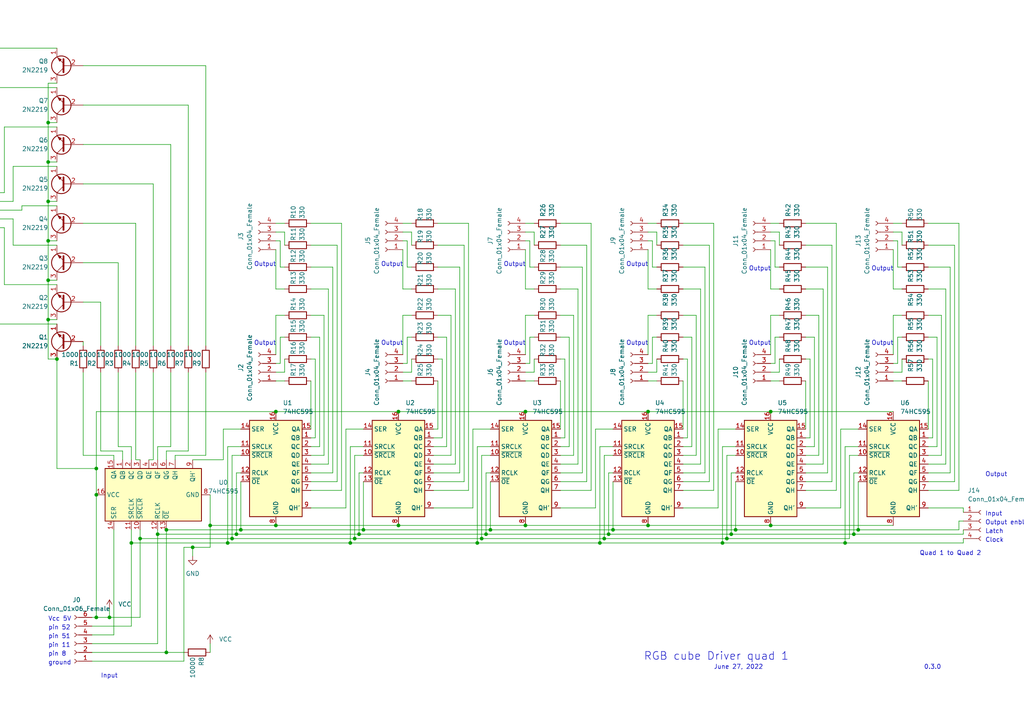
<source format=kicad_sch>
(kicad_sch (version 20211123) (generator eeschema)
  (paper "A4")
  (lib_symbols
    (symbol "74xx:74HC595"
      (property "Reference" "U" (at -7.62 13.97 0))
      (property "Value" "74HC595" (at -7.62 -16.51 0))
      (symbol "74HC595_1_0"
        (pin tri_state line (at 10.16 7.62 180) (length 2.54) (name "QB") (number "1"))
        (pin input line (at -10.16 2.54 0) (length 2.54) (name "~{SRCLR}") (number "10"))
        (pin input line (at -10.16 5.08 0) (length 2.54) (name "SRCLK") (number "11"))
        (pin input line (at -10.16 -2.54 0) (length 2.54) (name "RCLK") (number "12"))
        (pin input line (at -10.16 -5.08 0) (length 2.54) (name "~{OE}") (number "13"))
        (pin input line (at -10.16 10.16 0) (length 2.54) (name "SER") (number "14"))
        (pin tri_state line (at 10.16 10.16 180) (length 2.54) (name "QA") (number "15"))
        (pin power_in line (at 0 15.24 270) (length 2.54) (name "VCC") (number "16"))
        (pin tri_state line (at 10.16 5.08 180) (length 2.54) (name "QC") (number "2"))
        (pin tri_state line (at 10.16 2.54 180) (length 2.54) (name "QD") (number "3"))
        (pin tri_state line (at 10.16 0 180) (length 2.54) (name "QE") (number "4"))
        (pin tri_state line (at 10.16 -2.54 180) (length 2.54) (name "QF") (number "5"))
        (pin tri_state line (at 10.16 -5.08 180) (length 2.54) (name "QG") (number "6"))
        (pin tri_state line (at 10.16 -7.62 180) (length 2.54) (name "QH") (number "7"))
        (pin power_in line (at 0 -17.78 90) (length 2.54) (name "GND") (number "8"))
        (pin output line (at 10.16 -12.7 180) (length 2.54) (name "QH'") (number "9"))
      )
    )
    (symbol "Connector:Conn_01x04_Female" (pin_names (offset 1.016) hide)
      (property "Reference" "J" (at 0 5.08 0))
      (property "Value" "Conn_01x04_Female" (at 0 -7.62 0))
      (symbol "Conn_01x04_Female_1_1"
        (pin passive line (at -5.08 2.54 0) (length 3.81) (name "Pin_1") (number "1"))
        (pin passive line (at -5.08 0 0) (length 3.81) (name "Pin_2") (number "2"))
        (pin passive line (at -5.08 -2.54 0) (length 3.81) (name "Pin_3") (number "3"))
        (pin passive line (at -5.08 -5.08 0) (length 3.81) (name "Pin_4") (number "4"))
      )
    )
    (symbol "Connector:Conn_01x06_Female" (pin_names (offset 1.016) hide)
      (property "Reference" "J" (at 0 7.62 0))
      (property "Value" "Conn_01x06_Female" (at 0 -10.16 0))
      (symbol "Conn_01x06_Female_1_1"
        (pin passive line (at -5.08 5.08 0) (length 3.81) (name "Pin_1") (number "1"))
        (pin passive line (at -5.08 2.54 0) (length 3.81) (name "Pin_2") (number "2"))
        (pin passive line (at -5.08 0 0) (length 3.81) (name "Pin_3") (number "3"))
        (pin passive line (at -5.08 -2.54 0) (length 3.81) (name "Pin_4") (number "4"))
        (pin passive line (at -5.08 -5.08 0) (length 3.81) (name "Pin_5") (number "5"))
        (pin passive line (at -5.08 -7.62 0) (length 3.81) (name "Pin_6") (number "6"))
      )
    )
    (symbol "Connector:Conn_01x08_Female" (pin_names (offset 1.016) hide)
      (property "Reference" "J" (at 0 10.16 0))
      (property "Value" "Conn_01x08_Female" (at 0 -12.7 0))
      (symbol "Conn_01x08_Female_1_1"
        (pin passive line (at -5.08 7.62 0) (length 3.81) (name "Pin_1") (number "1"))
        (pin passive line (at -5.08 5.08 0) (length 3.81) (name "Pin_2") (number "2"))
        (pin passive line (at -5.08 2.54 0) (length 3.81) (name "Pin_3") (number "3"))
        (pin passive line (at -5.08 0 0) (length 3.81) (name "Pin_4") (number "4"))
        (pin passive line (at -5.08 -2.54 0) (length 3.81) (name "Pin_5") (number "5"))
        (pin passive line (at -5.08 -5.08 0) (length 3.81) (name "Pin_6") (number "6"))
        (pin passive line (at -5.08 -7.62 0) (length 3.81) (name "Pin_7") (number "7"))
        (pin passive line (at -5.08 -10.16 0) (length 3.81) (name "Pin_8") (number "8"))
      )
    )
    (symbol "Device:R" (pin_numbers hide) (pin_names (offset 0))
      (property "Reference" "R" (at 2.032 0 90))
      (property "Value" "R" (at 0 0 90))
      (symbol "R_1_1"
        (pin passive line (at 0 3.81 270) (length 1.27) (name "~") (number "1"))
        (pin passive line (at 0 -3.81 90) (length 1.27) (name "~") (number "2"))
      )
    )
    (symbol "Transistor_BJT:2N2219" (pin_names (offset 0) hide)
      (property "Reference" "Q" (at 5.08 1.905 0))
      (property "Value" "2N2219" (at 5.08 0 0))
      (symbol "2N2219_1_1"
        (pin passive line (at 2.54 -5.08 90) (length 2.54) (name "E") (number "1"))
        (pin passive line (at -5.08 0 0) (length 5.715) (name "B") (number "2"))
        (pin passive line (at 2.54 5.08 270) (length 2.54) (name "C") (number "3"))
      )
    )
    (symbol "power:GND" (power) (pin_names (offset 0))
      (property "Value" "GND" (at 0 -3.81 0))
      (symbol "GND_1_1"
        (pin power_in line (at 0 0 270) (length 0) hide (name "GND") (number "1"))
      )
    )
    (symbol "power:VCC" (power) (pin_names (offset 0))
      (property "Value" "VCC" (at 0 3.81 0))
      (symbol "VCC_1_1"
        (pin power_in line (at 0 0 90) (length 0) hide (name "VCC") (number "1"))
      )
    )
  )
  (junction (at 140.97 154.94))
  (junction (at 152.4 152.4))
  (junction (at 13.97 35.56))
  (junction (at 223.52 152.4))
  (junction (at 101.6 157.48))
  (junction (at 176.53 154.94))
  (junction (at 45.72 154.94))
  (junction (at 27.94 135.89))
  (junction (at 80.01 119.38))
  (junction (at 248.92 153.67))
  (junction (at 115.57 119.38))
  (junction (at 210.82 156.21))
  (junction (at 40.64 156.21))
  (junction (at 223.52 119.38))
  (junction (at 60.96 152.4))
  (junction (at 13.97 92.71))
  (junction (at 173.99 157.48))
  (junction (at 66.04 157.48))
  (junction (at 38.1 157.48))
  (junction (at 209.55 157.48))
  (junction (at 175.26 156.21))
  (junction (at 245.11 157.48))
  (junction (at 13.97 46.99))
  (junction (at 13.97 58.42))
  (junction (at 247.65 154.94))
  (junction (at 80.01 152.4))
  (junction (at 13.97 81.28))
  (junction (at 27.94 143.51))
  (junction (at 138.43 157.48))
  (junction (at 16.51 104.14))
  (junction (at 13.97 69.85))
  (junction (at 187.96 119.38))
  (junction (at 104.14 154.94))
  (junction (at 105.41 153.67))
  (junction (at 115.57 152.4))
  (junction (at 142.24 153.67))
  (junction (at 152.4 119.38))
  (junction (at 69.85 153.67))
  (junction (at 139.7 156.21))
  (junction (at 48.26 189.23))
  (junction (at 213.36 153.67))
  (junction (at 48.26 153.67))
  (junction (at 68.58 154.94))
  (junction (at 31.75 179.07))
  (junction (at 212.09 154.94))
  (junction (at 187.96 152.4))
  (junction (at 67.31 156.21))
  (junction (at 102.87 156.21))
  (junction (at 55.88 158.75))
  (junction (at 177.8 153.67))
  (junction (at 27.94 179.07))
  (wire (pts (xy 271.78 97.79) (xy 269.24 97.79)))
  (wire (pts (xy 95.25 134.62) (xy 90.17 134.62)))
  (wire (pts (xy 168.91 77.47) (xy 168.91 137.16)))
  (wire (pts (xy 128.27 127) (xy 128.27 104.14)))
  (wire (pts (xy 154.94 107.95) (xy 152.4 107.95)))
  (wire (pts (xy 116.84 69.85) (xy 118.11 69.85)))
  (wire (pts (xy 66.04 157.48) (xy 101.6 157.48)))
  (wire (pts (xy 64.77 133.35) (xy 64.77 124.46)))
  (wire (pts (xy 187.96 69.85) (xy 189.23 69.85)))
  (wire (pts (xy 152.4 91.44) (xy 154.94 91.44)))
  (wire (pts (xy 45.72 133.35) (xy 45.72 129.54)))
  (wire (pts (xy 48.26 130.81) (xy 54.61 130.81)))
  (wire (pts (xy 81.28 97.79) (xy 82.55 97.79)))
  (wire (pts (xy 48.26 153.67) (xy 69.85 153.67)))
  (wire (pts (xy 80.01 69.85) (xy 81.28 69.85)))
  (wire (pts (xy 241.3 139.7) (xy 233.68 139.7)))
  (wire (pts (xy 260.35 69.85) (xy 260.35 77.47)))
  (wire (pts (xy 190.5 104.14) (xy 190.5 107.95)))
  (wire (pts (xy 13.97 92.71) (xy 13.97 81.28)))
  (wire (pts (xy 207.01 142.24) (xy 198.12 142.24)))
  (wire (pts (xy 38.1 157.48) (xy 38.1 181.61)))
  (wire (pts (xy -1.27 93.98) (xy 16.51 93.98)))
  (wire (pts (xy 224.79 77.47) (xy 226.06 77.47)))
  (wire (pts (xy 24.13 87.63) (xy 29.21 87.63)))
  (wire (pts (xy 13.97 81.28) (xy 16.51 81.28)))
  (wire (pts (xy 154.94 67.31) (xy 154.94 71.12)))
  (wire (pts (xy 278.13 64.77) (xy 269.24 64.77)))
  (wire (pts (xy 24.13 41.91) (xy 49.53 41.91)))
  (wire (pts (xy 226.06 104.14) (xy 226.06 107.95)))
  (wire (pts (xy 6.35 59.69) (xy 16.51 59.69)))
  (wire (pts (xy 48.26 153.67) (xy 48.26 189.23)))
  (wire (pts (xy 99.06 142.24) (xy 99.06 64.77)))
  (wire (pts (xy 173.99 129.54) (xy 177.8 129.54)))
  (wire (pts (xy 69.85 153.67) (xy 105.41 153.67)))
  (wire (pts (xy -11.43 58.42) (xy 3.81 58.42)))
  (wire (pts (xy 27.94 135.89) (xy 16.51 135.89)))
  (wire (pts (xy 54.61 130.81) (xy 54.61 107.95)))
  (wire (pts (xy 26.67 191.77) (xy 53.34 191.77)))
  (wire (pts (xy 199.39 104.14) (xy 199.39 127)))
  (wire (pts (xy 223.52 91.44) (xy 226.06 91.44)))
  (wire (pts (xy 189.23 97.79) (xy 190.5 97.79)))
  (wire (pts (xy 247.65 154.94) (xy 279.4 154.94)))
  (wire (pts (xy 168.91 77.47) (xy 162.56 77.47)))
  (wire (pts (xy 259.08 110.49) (xy 261.62 110.49)))
  (wire (pts (xy 163.83 104.14) (xy 163.83 127)))
  (wire (pts (xy 172.72 147.32) (xy 172.72 124.46)))
  (wire (pts (xy 260.35 97.79) (xy 261.62 97.79)))
  (wire (pts (xy 162.56 110.49) (xy 162.56 124.46)))
  (wire (pts (xy 166.37 91.44) (xy 166.37 132.08)))
  (wire (pts (xy 212.09 137.16) (xy 213.36 137.16)))
  (wire (pts (xy 204.47 77.47) (xy 198.12 77.47)))
  (wire (pts (xy 278.13 64.77) (xy 278.13 142.24)))
  (wire (pts (xy 224.79 97.79) (xy 226.06 97.79)))
  (wire (pts (xy 190.5 67.31) (xy 190.5 71.12)))
  (wire (pts (xy 93.98 132.08) (xy 93.98 91.44)))
  (wire (pts (xy -11.43 68.58) (xy -1.27 68.58)))
  (wire (pts (xy 116.84 72.39) (xy 116.84 83.82)))
  (wire (pts (xy 26.67 181.61) (xy 38.1 181.61)))
  (wire (pts (xy 279.4 147.32) (xy 279.4 148.59)))
  (wire (pts (xy 209.55 157.48) (xy 209.55 129.54)))
  (wire (pts (xy 168.91 137.16) (xy 162.56 137.16)))
  (wire (pts (xy 261.62 67.31) (xy 261.62 71.12)))
  (wire (pts (xy 81.28 105.41) (xy 81.28 97.79)))
  (wire (pts (xy 1.27 36.83) (xy 16.51 36.83)))
  (wire (pts (xy 240.03 77.47) (xy 233.68 77.47)))
  (wire (pts (xy 96.52 77.47) (xy 90.17 77.47)))
  (wire (pts (xy 80.01 72.39) (xy 80.01 83.82)))
  (wire (pts (xy 34.29 76.2) (xy 34.29 100.33)))
  (wire (pts (xy 82.55 104.14) (xy 82.55 107.95)))
  (wire (pts (xy 269.24 132.08) (xy 273.05 132.08)))
  (wire (pts (xy 27.94 135.89) (xy 27.94 143.51)))
  (wire (pts (xy 118.11 69.85) (xy 118.11 77.47)))
  (wire (pts (xy 80.01 64.77) (xy 82.55 64.77)))
  (wire (pts (xy 40.64 156.21) (xy 67.31 156.21)))
  (wire (pts (xy 152.4 119.38) (xy 187.96 119.38)))
  (wire (pts (xy 101.6 129.54) (xy 105.41 129.54)))
  (wire (pts (xy 234.95 127) (xy 233.68 127)))
  (wire (pts (xy 223.52 105.41) (xy 224.79 105.41)))
  (wire (pts (xy 125.73 139.7) (xy 134.62 139.7)))
  (wire (pts (xy 171.45 64.77) (xy 162.56 64.77)))
  (wire (pts (xy 139.7 156.21) (xy 175.26 156.21)))
  (wire (pts (xy 43.18 133.35) (xy 44.45 133.35)))
  (wire (pts (xy 209.55 129.54) (xy 213.36 129.54)))
  (wire (pts (xy 212.09 154.94) (xy 247.65 154.94)))
  (wire (pts (xy 269.24 139.7) (xy 276.86 139.7)))
  (wire (pts (xy 40.64 153.67) (xy 40.64 156.21)))
  (wire (pts (xy 238.76 83.82) (xy 233.68 83.82)))
  (wire (pts (xy 261.62 104.14) (xy 261.62 107.95)))
  (wire (pts (xy 68.58 154.94) (xy 68.58 137.16)))
  (wire (pts (xy 13.97 35.56) (xy 16.51 35.56)))
  (wire (pts (xy 26.67 189.23) (xy 48.26 189.23)))
  (wire (pts (xy -3.81 13.97) (xy -3.81 50.8)))
  (wire (pts (xy 223.52 83.82) (xy 226.06 83.82)))
  (wire (pts (xy 275.59 77.47) (xy 275.59 137.16)))
  (wire (pts (xy 190.5 107.95) (xy 187.96 107.95)))
  (wire (pts (xy 223.52 69.85) (xy 224.79 69.85)))
  (wire (pts (xy 16.51 104.14) (xy 13.97 104.14)))
  (wire (pts (xy 226.06 107.95) (xy 223.52 107.95)))
  (wire (pts (xy 273.05 91.44) (xy 269.24 91.44)))
  (wire (pts (xy 234.95 104.14) (xy 233.68 104.14)))
  (wire (pts (xy 245.11 157.48) (xy 245.11 129.54)))
  (wire (pts (xy 115.57 119.38) (xy 152.4 119.38)))
  (wire (pts (xy 38.1 153.67) (xy 38.1 157.48)))
  (wire (pts (xy 129.54 97.79) (xy 129.54 129.54)))
  (wire (pts (xy 26.67 184.15) (xy 33.02 184.15)))
  (wire (pts (xy -1.27 25.4) (xy 16.51 25.4)))
  (wire (pts (xy 205.74 71.12) (xy 205.74 139.7)))
  (wire (pts (xy 269.24 110.49) (xy 269.24 124.46)))
  (wire (pts (xy 125.73 134.62) (xy 132.08 134.62)))
  (wire (pts (xy 205.74 139.7) (xy 198.12 139.7)))
  (wire (pts (xy 210.82 132.08) (xy 213.36 132.08)))
  (wire (pts (xy 45.72 129.54) (xy 49.53 129.54)))
  (wire (pts (xy 167.64 83.82) (xy 162.56 83.82)))
  (wire (pts (xy 69.85 139.7) (xy 69.85 153.67)))
  (wire (pts (xy 210.82 156.21) (xy 246.38 156.21)))
  (wire (pts (xy 187.96 152.4) (xy 223.52 152.4)))
  (wire (pts (xy 165.1 97.79) (xy 162.56 97.79)))
  (wire (pts (xy 152.4 72.39) (xy 152.4 83.82)))
  (wire (pts (xy 259.08 105.41) (xy 260.35 105.41)))
  (wire (pts (xy 13.97 46.99) (xy 13.97 35.56)))
  (wire (pts (xy 269.24 142.24) (xy 278.13 142.24)))
  (wire (pts (xy 45.72 153.67) (xy 45.72 154.94)))
  (wire (pts (xy 24.13 76.2) (xy 34.29 76.2)))
  (wire (pts (xy 209.55 157.48) (xy 245.11 157.48)))
  (wire (pts (xy 80.01 110.49) (xy 82.55 110.49)))
  (wire (pts (xy 125.73 137.16) (xy 133.35 137.16)))
  (wire (pts (xy 140.97 137.16) (xy 140.97 154.94)))
  (wire (pts (xy 142.24 139.7) (xy 142.24 153.67)))
  (wire (pts (xy 165.1 97.79) (xy 165.1 129.54)))
  (wire (pts (xy 13.97 24.13) (xy 16.51 24.13)))
  (wire (pts (xy 68.58 137.16) (xy 69.85 137.16)))
  (wire (pts (xy 242.57 64.77) (xy 242.57 142.24)))
  (wire (pts (xy 29.21 87.63) (xy 29.21 100.33)))
  (wire (pts (xy 13.97 104.14) (xy 13.97 92.71)))
  (wire (pts (xy 68.58 154.94) (xy 104.14 154.94)))
  (wire (pts (xy 187.96 110.49) (xy 190.5 110.49)))
  (wire (pts (xy 24.13 99.06) (xy 24.13 100.33)))
  (wire (pts (xy 82.55 107.95) (xy 80.01 107.95)))
  (wire (pts (xy 187.96 64.77) (xy 190.5 64.77)))
  (wire (pts (xy 16.51 135.89) (xy 16.51 104.14)))
  (wire (pts (xy 246.38 132.08) (xy 248.92 132.08)))
  (wire (pts (xy 201.93 132.08) (xy 198.12 132.08)))
  (wire (pts (xy 270.51 104.14) (xy 269.24 104.14)))
  (wire (pts (xy 176.53 137.16) (xy 177.8 137.16)))
  (wire (pts (xy 40.64 179.07) (xy 31.75 179.07)))
  (wire (pts (xy 200.66 97.79) (xy 198.12 97.79)))
  (wire (pts (xy 127 110.49) (xy 127 124.46)))
  (wire (pts (xy 163.83 104.14) (xy 162.56 104.14)))
  (wire (pts (xy 80.01 119.38) (xy 115.57 119.38)))
  (wire (pts (xy 224.79 105.41) (xy 224.79 97.79)))
  (wire (pts (xy 260.35 77.47) (xy 261.62 77.47)))
  (wire (pts (xy 173.99 157.48) (xy 209.55 157.48)))
  (wire (pts (xy 152.4 83.82) (xy 154.94 83.82)))
  (wire (pts (xy 66.04 157.48) (xy 66.04 129.54)))
  (wire (pts (xy 44.45 107.95) (xy 44.45 133.35)))
  (wire (pts (xy 223.52 64.77) (xy 226.06 64.77)))
  (wire (pts (xy 3.81 63.5) (xy 3.81 71.12)))
  (wire (pts (xy 125.73 129.54) (xy 129.54 129.54)))
  (wire (pts (xy -1.27 68.58) (xy -1.27 93.98)))
  (wire (pts (xy 171.45 142.24) (xy 162.56 142.24)))
  (wire (pts (xy 40.64 133.35) (xy 39.37 133.35)))
  (wire (pts (xy 274.32 134.62) (xy 274.32 83.82)))
  (wire (pts (xy 33.02 153.67) (xy 33.02 184.15)))
  (wire (pts (xy 246.38 156.21) (xy 246.38 132.08)))
  (wire (pts (xy 13.97 92.71) (xy 16.51 92.71)))
  (wire (pts (xy 125.73 127) (xy 128.27 127)))
  (wire (pts (xy 99.06 142.24) (xy 90.17 142.24)))
  (wire (pts (xy 31.75 176.53) (xy 31.75 179.07)))
  (wire (pts (xy 200.66 97.79) (xy 200.66 129.54)))
  (wire (pts (xy 29.21 130.81) (xy 29.21 107.95)))
  (wire (pts (xy 48.26 189.23) (xy 53.34 189.23)))
  (wire (pts (xy 247.65 137.16) (xy 248.92 137.16)))
  (wire (pts (xy 259.08 72.39) (xy 259.08 83.82)))
  (wire (pts (xy 138.43 157.48) (xy 173.99 157.48)))
  (wire (pts (xy 166.37 91.44) (xy 162.56 91.44)))
  (wire (pts (xy 35.56 130.81) (xy 29.21 130.81)))
  (wire (pts (xy 271.78 129.54) (xy 271.78 97.79)))
  (wire (pts (xy 240.03 77.47) (xy 240.03 137.16)))
  (wire (pts (xy 134.62 71.12) (xy 134.62 139.7)))
  (wire (pts (xy 80.01 105.41) (xy 81.28 105.41)))
  (wire (pts (xy 3.81 71.12) (xy 16.51 71.12)))
  (wire (pts (xy 13.97 58.42) (xy 13.97 46.99)))
  (wire (pts (xy -11.43 60.96) (xy 6.35 60.96)))
  (wire (pts (xy 138.43 129.54) (xy 142.24 129.54)))
  (wire (pts (xy 95.25 83.82) (xy 90.17 83.82)))
  (wire (pts (xy 152.4 102.87) (xy 152.4 91.44)))
  (wire (pts (xy 118.11 105.41) (xy 118.11 97.79)))
  (wire (pts (xy 204.47 137.16) (xy 198.12 137.16)))
  (wire (pts (xy 278.13 153.67) (xy 248.92 153.67)))
  (wire (pts (xy 170.18 139.7) (xy 162.56 139.7)))
  (wire (pts (xy 119.38 104.14) (xy 119.38 107.95)))
  (wire (pts (xy -11.43 66.04) (xy 1.27 66.04)))
  (wire (pts (xy 26.67 186.69) (xy 45.72 186.69)))
  (wire (pts (xy 116.84 102.87) (xy 116.84 91.44)))
  (wire (pts (xy 55.88 158.75) (xy 60.96 158.75)))
  (wire (pts (xy 142.24 153.67) (xy 177.8 153.67)))
  (wire (pts (xy 210.82 156.21) (xy 210.82 132.08)))
  (wire (pts (xy 243.84 147.32) (xy 243.84 124.46)))
  (wire (pts (xy 187.96 91.44) (xy 190.5 91.44)))
  (wire (pts (xy 154.94 104.14) (xy 154.94 107.95)))
  (wire (pts (xy 104.14 137.16) (xy 104.14 154.94)))
  (wire (pts (xy 152.4 105.41) (xy 153.67 105.41)))
  (wire (pts (xy 248.92 139.7) (xy 248.92 153.67)))
  (wire (pts (xy 96.52 137.16) (xy 96.52 77.47)))
  (wire (pts (xy 138.43 157.48) (xy 138.43 129.54)))
  (wire (pts (xy 238.76 83.82) (xy 238.76 134.62)))
  (wire (pts (xy 139.7 132.08) (xy 142.24 132.08)))
  (wire (pts (xy 1.27 82.55) (xy 16.51 82.55)))
  (wire (pts (xy 60.96 152.4) (xy 80.01 152.4)))
  (wire (pts (xy 259.08 102.87) (xy 259.08 91.44)))
  (wire (pts (xy 59.69 19.05) (xy 59.69 100.33)))
  (wire (pts (xy 49.53 41.91) (xy 49.53 100.33)))
  (wire (pts (xy 91.44 104.14) (xy 90.17 104.14)))
  (wire (pts (xy 203.2 83.82) (xy 203.2 134.62)))
  (wire (pts (xy 259.08 91.44) (xy 261.62 91.44)))
  (wire (pts (xy 67.31 156.21) (xy 67.31 132.08)))
  (wire (pts (xy 81.28 77.47) (xy 82.55 77.47)))
  (wire (pts (xy 152.4 110.49) (xy 154.94 110.49)))
  (wire (pts (xy 261.62 107.95) (xy 259.08 107.95)))
  (wire (pts (xy 171.45 64.77) (xy 171.45 142.24)))
  (wire (pts (xy 137.16 147.32) (xy 137.16 124.46)))
  (wire (pts (xy 245.11 157.48) (xy 279.4 157.48)))
  (wire (pts (xy 101.6 157.48) (xy 101.6 129.54)))
  (wire (pts (xy 97.79 71.12) (xy 90.17 71.12)))
  (wire (pts (xy 59.69 132.08) (xy 59.69 107.95)))
  (wire (pts (xy 49.53 129.54) (xy 49.53 107.95)))
  (wire (pts (xy 80.01 152.4) (xy 115.57 152.4)))
  (wire (pts (xy -11.43 55.88) (xy 1.27 55.88)))
  (wire (pts (xy 198.12 110.49) (xy 198.12 124.46)))
  (wire (pts (xy 80.01 91.44) (xy 82.55 91.44)))
  (wire (pts (xy 125.73 124.46) (xy 127 124.46)))
  (wire (pts (xy 96.52 137.16) (xy 90.17 137.16)))
  (wire (pts (xy 234.95 104.14) (xy 234.95 127)))
  (wire (pts (xy 33.02 132.08) (xy 24.13 132.08)))
  (wire (pts (xy 163.83 127) (xy 162.56 127)))
  (wire (pts (xy 26.67 179.07) (xy 27.94 179.07)))
  (wire (pts (xy 137.16 124.46) (xy 142.24 124.46)))
  (wire (pts (xy 208.28 124.46) (xy 213.36 124.46)))
  (wire (pts (xy 105.41 139.7) (xy 105.41 153.67)))
  (wire (pts (xy 13.97 35.56) (xy 13.97 24.13)))
  (wire (pts (xy 187.96 67.31) (xy 190.5 67.31)))
  (wire (pts (xy 95.25 134.62) (xy 95.25 83.82)))
  (wire (pts (xy 187.96 83.82) (xy 190.5 83.82)))
  (wire (pts (xy 153.67 69.85) (xy 153.67 77.47)))
  (wire (pts (xy 275.59 77.47) (xy 269.24 77.47)))
  (wire (pts (xy 116.84 67.31) (xy 119.38 67.31)))
  (wire (pts (xy 119.38 107.95) (xy 116.84 107.95)))
  (wire (pts (xy 81.28 69.85) (xy 81.28 77.47)))
  (wire (pts (xy 175.26 156.21) (xy 175.26 132.08)))
  (wire (pts (xy 260.35 105.41) (xy 260.35 97.79)))
  (wire (pts (xy 80.01 102.87) (xy 80.01 91.44)))
  (wire (pts (xy 13.97 81.28) (xy 13.97 69.85)))
  (wire (pts (xy 104.14 154.94) (xy 140.97 154.94)))
  (wire (pts (xy 24.13 53.34) (xy 44.45 53.34)))
  (wire (pts (xy 38.1 157.48) (xy 66.04 157.48)))
  (wire (pts (xy 162.56 147.32) (xy 172.72 147.32)))
  (wire (pts (xy 176.53 137.16) (xy 176.53 154.94)))
  (wire (pts (xy 276.86 71.12) (xy 269.24 71.12)))
  (wire (pts (xy 245.11 129.54) (xy 248.92 129.54)))
  (wire (pts (xy 199.39 127) (xy 198.12 127)))
  (wire (pts (xy 40.64 156.21) (xy 40.64 179.07)))
  (wire (pts (xy 45.72 154.94) (xy 45.72 186.69)))
  (wire (pts (xy 236.22 97.79) (xy 233.68 97.79)))
  (wire (pts (xy 259.08 83.82) (xy 261.62 83.82)))
  (wire (pts (xy 3.81 48.26) (xy 16.51 48.26)))
  (wire (pts (xy 165.1 129.54) (xy 162.56 129.54)))
  (wire (pts (xy 198.12 147.32) (xy 208.28 147.32)))
  (wire (pts (xy 208.28 147.32) (xy 208.28 124.46)))
  (wire (pts (xy 240.03 137.16) (xy 233.68 137.16)))
  (wire (pts (xy 125.73 147.32) (xy 137.16 147.32)))
  (wire (pts (xy 223.52 110.49) (xy 226.06 110.49)))
  (wire (pts (xy 204.47 77.47) (xy 204.47 137.16)))
  (wire (pts (xy 92.71 97.79) (xy 90.17 97.79)))
  (wire (pts (xy 269.24 137.16) (xy 275.59 137.16)))
  (wire (pts (xy -11.43 63.5) (xy 3.81 63.5)))
  (wire (pts (xy 27.94 143.51) (xy 27.94 179.07)))
  (wire (pts (xy 99.06 64.77) (xy 90.17 64.77)))
  (wire (pts (xy 207.01 64.77) (xy 198.12 64.77)))
  (wire (pts (xy 187.96 102.87) (xy 187.96 91.44)))
  (wire (pts (xy 50.8 133.35) (xy 50.8 132.08)))
  (wire (pts (xy 276.86 139.7) (xy 276.86 71.12)))
  (wire (pts (xy 104.14 137.16) (xy 105.41 137.16)))
  (wire (pts (xy 67.31 156.21) (xy 102.87 156.21)))
  (wire (pts (xy 273.05 132.08) (xy 273.05 91.44)))
  (wire (pts (xy 241.3 71.12) (xy 241.3 139.7)))
  (wire (pts (xy 152.4 152.4) (xy 187.96 152.4)))
  (wire (pts (xy 55.88 133.35) (xy 64.77 133.35)))
  (wire (pts (xy 60.96 143.51) (xy 60.96 152.4)))
  (wire (pts (xy 102.87 156.21) (xy 102.87 132.08)))
  (wire (pts (xy 140.97 137.16) (xy 142.24 137.16)))
  (wire (pts (xy 247.65 137.16) (xy 247.65 154.94)))
  (wire (pts (xy 125.73 142.24) (xy 135.89 142.24)))
  (wire (pts (xy 38.1 129.54) (xy 34.29 129.54)))
  (wire (pts (xy 153.67 105.41) (xy 153.67 97.79)))
  (wire (pts (xy 125.73 132.08) (xy 130.81 132.08)))
  (wire (pts (xy 242.57 142.24) (xy 233.68 142.24)))
  (wire (pts (xy -3.81 50.8) (xy -11.43 50.8)))
  (wire (pts (xy 237.49 91.44) (xy 237.49 132.08)))
  (wire (pts (xy 166.37 132.08) (xy 162.56 132.08)))
  (wire (pts (xy 153.67 97.79) (xy 154.94 97.79)))
  (wire (pts (xy -11.43 53.34) (xy -1.27 53.34)))
  (wire (pts (xy 201.93 91.44) (xy 198.12 91.44)))
  (wire (pts (xy 201.93 91.44) (xy 201.93 132.08)))
  (wire (pts (xy 207.01 64.77) (xy 207.01 142.24)))
  (wire (pts (xy 187.96 105.41) (xy 189.23 105.41)))
  (wire (pts (xy 55.88 158.75) (xy 55.88 161.29)))
  (wire (pts (xy 27.94 135.89) (xy 27.94 119.38)))
  (wire (pts (xy 152.4 67.31) (xy 154.94 67.31)))
  (wire (pts (xy 128.27 104.14) (xy 127 104.14)))
  (wire (pts (xy 223.52 102.87) (xy 223.52 91.44)))
  (wire (pts (xy 97.79 139.7) (xy 97.79 71.12)))
  (wire (pts (xy 102.87 156.21) (xy 139.7 156.21)))
  (wire (pts (xy 24.13 64.77) (xy 39.37 64.77)))
  (wire (pts (xy 50.8 132.08) (xy 59.69 132.08)))
  (wire (pts (xy 24.13 132.08) (xy 24.13 107.95)))
  (wire (pts (xy 135.89 64.77) (xy 127 64.77)))
  (wire (pts (xy 16.51 13.97) (xy -3.81 13.97)))
  (wire (pts (xy 116.84 105.41) (xy 118.11 105.41)))
  (wire (pts (xy 24.13 19.05) (xy 59.69 19.05)))
  (wire (pts (xy 116.84 91.44) (xy 119.38 91.44)))
  (wire (pts (xy 269.24 129.54) (xy 271.78 129.54)))
  (wire (pts (xy 177.8 139.7) (xy 177.8 153.67)))
  (wire (pts (xy 189.23 105.41) (xy 189.23 97.79)))
  (wire (pts (xy 100.33 147.32) (xy 100.33 124.46)))
  (wire (pts (xy 130.81 91.44) (xy 127 91.44)))
  (wire (pts (xy 13.97 69.85) (xy 13.97 58.42)))
  (wire (pts (xy 269.24 134.62) (xy 274.32 134.62)))
  (wire (pts (xy 13.97 58.42) (xy 16.51 58.42)))
  (wire (pts (xy 27.94 119.38) (xy 80.01 119.38)))
  (wire (pts (xy 116.84 110.49) (xy 119.38 110.49)))
  (wire (pts (xy 100.33 124.46) (xy 105.41 124.46)))
  (wire (pts (xy -1.27 53.34) (xy -1.27 25.4)))
  (wire (pts (xy 1.27 66.04) (xy 1.27 82.55)))
  (wire (pts (xy 115.57 152.4) (xy 152.4 152.4)))
  (wire (pts (xy 80.01 67.31) (xy 82.55 67.31)))
  (wire (pts (xy 241.3 71.12) (xy 233.68 71.12)))
  (wire (pts (xy 6.35 60.96) (xy 6.35 59.69)))
  (wire (pts (xy 90.17 147.32) (xy 100.33 147.32)))
  (wire (pts (xy 69.85 132.08) (xy 67.31 132.08)))
  (wire (pts (xy 237.49 132.08) (xy 233.68 132.08)))
  (wire (pts (xy 3.81 58.42) (xy 3.81 48.26)))
  (wire (pts (xy 259.08 64.77) (xy 261.62 64.77)))
  (wire (pts (xy 172.72 124.46) (xy 177.8 124.46)))
  (wire (pts (xy 116.84 64.77) (xy 119.38 64.77)))
  (wire (pts (xy 223.52 67.31) (xy 226.06 67.31)))
  (wire (pts (xy 132.08 83.82) (xy 127 83.82)))
  (wire (pts (xy 118.11 77.47) (xy 119.38 77.47)))
  (wire (pts (xy 93.98 91.44) (xy 90.17 91.44)))
  (wire (pts (xy 223.52 72.39) (xy 223.52 83.82)))
  (wire (pts (xy 135.89 64.77) (xy 135.89 142.24)))
  (wire (pts (xy 213.36 153.67) (xy 248.92 153.67)))
  (wire (pts (xy 33.02 133.35) (xy 33.02 132.08)))
  (wire (pts (xy 54.61 30.48) (xy 54.61 100.33)))
  (wire (pts (xy 35.56 133.35) (xy 35.56 130.81)))
  (wire (pts (xy 236.22 97.79) (xy 236.22 129.54)))
  (wire (pts (xy 278.13 151.13) (xy 278.13 153.67)))
  (wire (pts (xy 199.39 104.14) (xy 198.12 104.14)))
  (wire (pts (xy 205.74 71.12) (xy 198.12 71.12)))
  (wire (pts (xy 242.57 64.77) (xy 233.68 64.77)))
  (wire (pts (xy 279.4 156.21) (xy 279.4 157.48)))
  (wire (pts (xy 118.11 97.79) (xy 119.38 97.79)))
  (wire (pts (xy 176.53 154.94) (xy 212.09 154.94)))
  (wire (pts (xy 53.34 158.75) (xy 55.88 158.75)))
  (wire (pts (xy 48.26 133.35) (xy 48.26 130.81)))
  (wire (pts (xy 175.26 132.08) (xy 177.8 132.08)))
  (wire (pts (xy 13.97 69.85) (xy 16.51 69.85)))
  (wire (pts (xy 212.09 137.16) (xy 212.09 154.94)))
  (wire (pts (xy 133.35 77.47) (xy 127 77.47)))
  (wire (pts (xy 236.22 129.54) (xy 233.68 129.54)))
  (wire (pts (xy 274.32 83.82) (xy 269.24 83.82)))
  (wire (pts (xy 27.94 179.07) (xy 31.75 179.07)))
  (wire (pts (xy 92.71 129.54) (xy 92.71 97.79)))
  (wire (pts (xy 97.79 139.7) (xy 90.17 139.7)))
  (wire (pts (xy 224.79 69.85) (xy 224.79 77.47)))
  (wire (pts (xy 129.54 97.79) (xy 127 97.79)))
  (wire (pts (xy 132.08 83.82) (xy 132.08 134.62)))
  (wire (pts (xy 243.84 124.46) (xy 248.92 124.46)))
  (wire (pts (xy 53.34 158.75) (xy 53.34 191.77)))
  (wire (pts (xy 152.4 69.85) (xy 153.67 69.85)))
  (wire (pts (xy 24.13 30.48) (xy 54.61 30.48)))
  (wire (pts (xy 233.68 110.49) (xy 233.68 124.46)))
  (wire (pts (xy 279.4 151.13) (xy 278.13 151.13)))
  (wire (pts (xy 259.08 67.31) (xy 261.62 67.31)))
  (wire (pts (xy 13.97 46.99) (xy 16.51 46.99)))
  (wire (pts (xy 177.8 153.67) (xy 213.36 153.67)))
  (wire (pts (xy 91.44 127) (xy 91.44 104.14)))
  (wire (pts (xy 213.36 139.7) (xy 213.36 153.67)))
  (wire (pts (xy 269.24 127) (xy 270.51 127)))
  (wire (pts (xy 189.23 77.47) (xy 190.5 77.47)))
  (wire (pts (xy 69.85 124.46) (xy 64.77 124.46)))
  (wire (pts (xy 116.84 83.82) (xy 119.38 83.82)))
  (wire (pts (xy 69.85 129.54) (xy 66.04 129.54)))
  (wire (pts (xy 119.38 67.31) (xy 119.38 71.12)))
  (wire (pts (xy 279.4 153.67) (xy 279.4 154.94)))
  (wire (pts (xy 133.35 77.47) (xy 133.35 137.16)))
  (wire (pts (xy 39.37 107.95) (xy 39.37 133.35)))
  (wire (pts (xy 233.68 147.32) (xy 243.84 147.32)))
  (wire (pts (xy 226.06 67.31) (xy 226.06 71.12)))
  (wire (pts (xy 44.45 53.34) (xy 44.45 100.33)))
  (wire (pts (xy 105.41 153.67) (xy 142.24 153.67)))
  (wire (pts (xy 259.08 69.85) (xy 260.35 69.85)))
  (wire (pts (xy 139.7 156.21) (xy 139.7 132.08)))
  (wire (pts (xy 80.01 83.82) (xy 82.55 83.82)))
  (wire (pts (xy 60.96 158.75) (xy 60.96 152.4)))
  (wire (pts (xy 1.27 55.88) (xy 1.27 36.83)))
  (wire (pts (xy 93.98 132.08) (xy 90.17 132.08)))
  (wire (pts (xy 175.26 156.21) (xy 210.82 156.21)))
  (wire (pts (xy 270.51 127) (xy 270.51 104.14)))
  (wire (pts (xy 200.66 129.54) (xy 198.12 129.54)))
  (wire (pts (xy 203.2 134.62) (xy 198.12 134.62)))
  (wire (pts (xy 60.96 186.69) (xy 60.96 189.23)))
  (wire (pts (xy 238.76 134.62) (xy 233.68 134.62)))
  (wire (pts (xy 170.18 71.12) (xy 170.18 139.7)))
  (wire (pts (xy 90.17 110.49) (xy 90.17 124.46)))
  (wire (pts (xy 203.2 83.82) (xy 198.12 83.82)))
  (wire (pts (xy 167.64 83.82) (xy 167.64 134.62)))
  (wire (pts (xy 82.55 67.31) (xy 82.55 71.12)))
  (wire (pts (xy 167.64 134.62) (xy 162.56 134.62)))
  (wire (pts (xy 92.71 129.54) (xy 90.17 129.54)))
  (wire (pts (xy 38.1 133.35) (xy 38.1 129.54)))
  (wire (pts (xy 153.67 77.47) (xy 154.94 77.47)))
  (wire (pts (xy 39.37 64.77) (xy 39.37 100.33)))
  (wire (pts (xy 134.62 71.12) (xy 127 71.12)))
  (wire (pts (xy 187.96 119.38) (xy 223.52 119.38)))
  (wire (pts (xy 101.6 157.48) (xy 138.43 157.48)))
  (wire (pts (xy 237.49 91.44) (xy 233.68 91.44)))
  (wire (pts (xy 223.52 152.4) (xy 259.08 152.4)))
  (wire (pts (xy 187.96 72.39) (xy 187.96 83.82)))
  (wire (pts (xy 34.29 129.54) (xy 34.29 107.95)))
  (wire (pts (xy 91.44 127) (xy 90.17 127)))
  (wire (pts (xy 140.97 154.94) (xy 176.53 154.94)))
  (wire (pts (xy 189.23 69.85) (xy 189.23 77.47)))
  (wire (pts (xy 102.87 132.08) (xy 105.41 132.08)))
  (wire (pts (xy 152.4 64.77) (xy 154.94 64.77)))
  (wire (pts (xy 130.81 91.44) (xy 130.81 132.08)))
  (wire (pts (xy 45.72 154.94) (xy 68.58 154.94)))
  (wire (pts (xy 170.18 71.12) (xy 162.56 71.12)))
  (wire (pts (xy 223.52 119.38) (xy 259.08 119.38)))
  (wire (pts (xy 269.24 147.32) (xy 279.4 147.32)))
  (wire (pts (xy 173.99 157.48) (xy 173.99 129.54)))
  (text "pin 8\n" (at 13.97 190.5 0) (effects (font (size 1.27 1.27)) (justify left bottom)))
  (text "Quad 1 to Quad 2" (at 266.7 161.29 0) (effects (font (size 1.27 1.27)) (justify left bottom)))
  (text "RGB cube Driver quad 1" (at 186.69 191.77 0) (effects (font (size 2.27 2.27)) (justify left bottom)))
  (text "Output" (at 285.75 138.43 0) (effects (font (size 1.27 1.27)) (justify left bottom)))
  (text "pin 52\n" (at 13.97 182.88 0) (effects (font (size 1.27 1.27)) (justify left bottom)))
  (text "Output" (at 217.17 78.74 0) (effects (font (size 1.27 1.27)) (justify left bottom)))
  (text "Output" (at -12.7 45.72 0) (effects (font (size 1.27 1.27)) (justify left bottom)))
  (text "Output" (at 110.49 100.33 0) (effects (font (size 1.27 1.27)) (justify left bottom)))
  (text "Output" (at 73.66 77.47 0) (effects (font (size 1.27 1.27)) (justify left bottom)))
  (text "Output" (at 146.05 77.47 0) (effects (font (size 1.27 1.27)) (justify left bottom)))
  (text "pin 11" (at 13.97 187.96 0) (effects (font (size 1.27 1.27)) (justify left bottom)))
  (text "Output" (at 110.49 77.47 0) (effects (font (size 1.27 1.27)) (justify left bottom)))
  (text "Output" (at 252.73 78.74 0) (effects (font (size 1.27 1.27)) (justify left bottom)))
  (text "June 27, 2022" (at 207.01 194.31 0) (effects (font (size 1.27 1.27)) (justify left bottom)))
  (text "Output" (at 146.05 100.33 0) (effects (font (size 1.27 1.27)) (justify left bottom)))
  (text "pin 51" (at 13.97 185.42 0) (effects (font (size 1.27 1.27)) (justify left bottom)))
  (text "Clock" (at 285.75 157.48 0) (effects (font (size 1.27 1.27)) (justify left bottom)))
  (text "Output" (at 181.61 77.47 0) (effects (font (size 1.27 1.27)) (justify left bottom)))
  (text "Input" (at 29.21 196.85 0) (effects (font (size 1.27 1.27)) (justify left bottom)))
  (text "Output" (at 252.73 100.33 0) (effects (font (size 1.27 1.27)) (justify left bottom)))
  (text "Output enble" (at 285.75 152.4 0) (effects (font (size 1.27 1.27)) (justify left bottom)))
  (text "Output" (at 73.66 100.33 0) (effects (font (size 1.27 1.27)) (justify left bottom)))
  (text "ground" (at 13.97 193.04 0) (effects (font (size 1.27 1.27)) (justify left bottom)))
  (text "0.3.0" (at 267.97 194.31 0) (effects (font (size 1.27 1.27)) (justify left bottom)))
  (text "Output" (at 181.61 100.33 0) (effects (font (size 1.27 1.27)) (justify left bottom)))
  (text "Output" (at 217.17 100.33 0) (effects (font (size 1.27 1.27)) (justify left bottom)))
  (text "Input" (at 285.75 149.86 0) (effects (font (size 1.27 1.27)) (justify left bottom)))
  (text "Vcc 5V" (at 13.97 180.34 0) (effects (font (size 1.27 1.27)) (justify left bottom)))
  (text "Latch" (at 285.75 154.94 0) (effects (font (size 1.27 1.27)) (justify left bottom)))
  (symbol (lib_id "Device:R") (at 44.45 104.14 180) (unit 1)
    (property "Reference" "R5" (at 43.18 105.41 0) (effects (justify left)))
    (property "Value" "1000" (at 43.18 102.87 0) (effects (justify left)))
  )
  (symbol (lib_id "74xx:74HC595") (at 115.57 134.62 0) (unit 1)
    (property "Reference" "U2" (at 117.5894 116.84 0) (effects (justify left)))
    (property "Value" "74HC595" (at 117.5894 119.38 0) (effects (justify left)))
    (property "Datasheet" "http://www.ti.com/lit/ds/symlink/sn74hc595.pdf" (effects hide))
  )
  (symbol (lib_id "Device:R") (at 86.36 64.77 90) (unit 1)
    (property "Reference" "R10" (at 85.09 63.5 0) (effects (justify left)))
    (property "Value" "330" (at 87.63 63.5 0) (effects (justify left)))
  )
  (symbol (lib_id "Device:R") (at 123.19 77.47 90) (unit 1)
    (property "Reference" "R20" (at 121.92 74.93 0))
    (property "Value" "330" (at 124.46 74.93 0))
  )
  (symbol (lib_id "Device:R") (at 194.31 83.82 90) (unit 1)
    (property "Reference" "R37" (at 193.04 80.01 0))
    (property "Value" "330" (at 195.58 80.01 0))
  )
  (symbol (lib_id "Connector:Conn_01x04_Female") (at 182.88 69.85 180) (unit 1)
    (property "Reference" "J9" (at 177.8 69.85 90))
    (property "Value" "Conn_01x04_Female" (at 180.34 69.85 90))
  )
  (symbol (lib_id "Device:R") (at 265.43 110.49 90) (unit 1)
    (property "Reference" "R57" (at 264.1599 107.95 0) (effects (justify left)))
    (property "Value" "330" (at 266.6999 107.95 0) (effects (justify left)))
  )
  (symbol (lib_id "Device:R") (at 123.19 91.44 90) (unit 1)
    (property "Reference" "R22" (at 121.9199 90.17 0) (effects (justify left)))
    (property "Value" "330" (at 124.46 90.17 0) (effects (justify left)))
  )
  (symbol (lib_id "Connector:Conn_01x08_Female") (at -16.51 60.96 180) (unit 1)
    (property "Reference" "J1" (at -15.875 45.72 0))
    (property "Value" "Conn_01x08_Female" (at -15.875 48.26 0))
  )
  (symbol (lib_id "Connector:Conn_01x04_Female") (at 182.88 107.95 180) (unit 1)
    (property "Reference" "J8" (at 177.8 107.95 90))
    (property "Value" "Conn_01x04_Female" (at 180.34 107.95 90))
  )
  (symbol (lib_id "Connector:Conn_01x04_Female") (at 254 69.85 180) (unit 1)
    (property "Reference" "J13" (at 248.92 69.85 90))
    (property "Value" "Conn_01x04_Female" (at 251.46 69.85 90))
  )
  (symbol (lib_id "Device:R") (at 229.87 77.47 90) (unit 1)
    (property "Reference" "R44" (at 228.6 73.66 0))
    (property "Value" "330" (at 231.14 73.66 0))
  )
  (symbol (lib_id "Connector:Conn_01x04_Female") (at 254 107.95 180) (unit 1)
    (property "Reference" "J12" (at 248.92 107.95 90))
    (property "Value" "Conn_01x04_Female" (at 251.46 107.95 90))
  )
  (symbol (lib_id "Device:R") (at 158.75 91.44 90) (unit 1)
    (property "Reference" "R30" (at 157.4799 90.17 0) (effects (justify left)))
    (property "Value" "330" (at 160.02 90.17 0) (effects (justify left)))
  )
  (symbol (lib_id "Device:R") (at 123.19 110.49 90) (unit 1)
    (property "Reference" "R25" (at 121.92 109.22 0) (effects (justify left)))
    (property "Value" "330" (at 124.46 109.22 0) (effects (justify left)))
  )
  (symbol (lib_id "Device:R") (at 86.36 77.47 90) (unit 1)
    (property "Reference" "R12" (at 85.09 76.2 0) (effects (justify left)))
    (property "Value" "330" (at 87.63 76.2 0) (effects (justify left)))
  )
  (symbol (lib_id "Device:R") (at 265.43 104.14 90) (unit 1)
    (property "Reference" "R56" (at 264.16 100.33 0))
    (property "Value" "330" (at 266.7 100.33 0))
  )
  (symbol (lib_id "Connector:Conn_01x04_Female") (at 147.32 69.85 180) (unit 1)
    (property "Reference" "J7" (at 142.24 69.85 90))
    (property "Value" "Conn_01x04_Female" (at 144.78 69.85 90))
  )
  (symbol (lib_id "Device:R") (at 265.43 97.79 90) (unit 1)
    (property "Reference" "R55" (at 264.16 93.98 0))
    (property "Value" "330" (at 266.7 93.98 0))
  )
  (symbol (lib_id "Device:R") (at 265.43 71.12 90) (unit 1)
    (property "Reference" "R51" (at 264.16 68.58 0))
    (property "Value" "330" (at 266.7 68.58 0))
  )
  (symbol (lib_id "74xx:74HC595") (at 223.52 134.62 0) (unit 1)
    (property "Reference" "U5" (at 225.5394 116.84 0) (effects (justify left)))
    (property "Value" "74HC595" (at 225.5394 119.38 0) (effects (justify left)))
    (property "Datasheet" "http://www.ti.com/lit/ds/symlink/sn74hc595.pdf" (effects hide))
  )
  (symbol (lib_id "power:GND") (at 55.88 161.29 0) (unit 1)
    (property "Reference" "#PWR01" (effects hide))
    (property "Value" "GND" (at 55.88 166.37 0))
  )
  (symbol (lib_id "Device:R") (at 158.75 110.49 90) (unit 1)
    (property "Reference" "R33" (at 157.48 109.22 0) (effects (justify left)))
    (property "Value" "330" (at 160.02 109.22 0) (effects (justify left)))
  )
  (symbol (lib_id "power:VCC") (at 31.75 176.53 0) (unit 1)
    (property "Reference" "#PWR02" (effects hide))
    (property "Value" "VCC" (at 34.29 175.2599 0) (effects (justify left)))
  )
  (symbol (lib_id "Device:R") (at 39.37 104.14 180) (unit 1)
    (property "Reference" "R4" (at 38.1 105.41 0) (effects (justify left)))
    (property "Value" "1000" (at 38.1 102.87 0) (effects (justify left)))
  )
  (symbol (lib_id "Connector:Conn_01x04_Female") (at 111.76 107.95 180) (unit 1)
    (property "Reference" "J4" (at 106.68 107.95 90))
    (property "Value" "Conn_01x04_Female" (at 109.22 107.95 90))
  )
  (symbol (lib_id "Transistor_BJT:2N2219") (at 19.05 53.34 180) (unit 1)
    (property "Reference" "Q5" (at 13.97 52.0699 0) (effects (justify left)))
    (property "Value" "2N2219" (at 13.97 54.6099 0) (effects (justify left)))
    (property "Footprint" "Package_TO_SOT_THT:TO-39-3" (effects hide))
    (property "Datasheet" "http://www.onsemi.com/pub_link/Collateral/2N2219-D.PDF" (effects hide))
  )
  (symbol (lib_id "Device:R") (at 229.87 97.79 90) (unit 1)
    (property "Reference" "R47" (at 228.6 93.98 0))
    (property "Value" "330" (at 231.14 93.98 0))
  )
  (symbol (lib_id "Device:R") (at 49.53 104.14 180) (unit 1)
    (property "Reference" "R6" (at 48.26 105.41 0) (effects (justify left)))
    (property "Value" "1000" (at 48.26 102.87 0) (effects (justify left)))
  )
  (symbol (lib_id "Device:R") (at 194.31 71.12 90) (unit 1)
    (property "Reference" "R35" (at 193.04 67.31 0))
    (property "Value" "330" (at 195.58 67.31 0))
  )
  (symbol (lib_id "Device:R") (at 265.43 64.77 90) (unit 1)
    (property "Reference" "R50" (at 264.16 62.23 0))
    (property "Value" "330" (at 266.7 62.23 0))
  )
  (symbol (lib_id "Device:R") (at 86.36 91.44 90) (unit 1)
    (property "Reference" "R14" (at 85.0899 90.17 0) (effects (justify left)))
    (property "Value" "330" (at 87.63 90.17 0) (effects (justify left)))
  )
  (symbol (lib_id "Device:R") (at 229.87 83.82 90) (unit 1)
    (property "Reference" "R45" (at 228.6 80.01 0))
    (property "Value" "330" (at 231.14 80.01 0))
  )
  (symbol (lib_id "Transistor_BJT:2N2219") (at 19.05 64.77 180) (unit 1)
    (property "Reference" "Q4" (at 13.97 63.4999 0) (effects (justify left)))
    (property "Value" "2N2219" (at 13.97 66.0399 0) (effects (justify left)))
    (property "Footprint" "Package_TO_SOT_THT:TO-39-3" (effects hide))
    (property "Datasheet" "http://www.onsemi.com/pub_link/Collateral/2N2219-D.PDF" (effects hide))
  )
  (symbol (lib_id "74xx:74HC595") (at 43.18 143.51 90) (unit 1)
    (property "Reference" "U0" (at 64.77 139.9286 90))
    (property "Value" "74HC595" (at 64.77 142.4686 90))
    (property "Datasheet" "http://www.ti.com/lit/ds/symlink/sn74hc595.pdf" (effects hide))
  )
  (symbol (lib_id "power:VCC") (at 60.96 186.69 0) (unit 1)
    (property "Reference" "#PWR03" (effects hide))
    (property "Value" "VCC" (at 63.5 185.4199 0) (effects (justify left)))
  )
  (symbol (lib_id "74xx:74HC595") (at 259.08 134.62 0) (unit 1)
    (property "Reference" "U6" (at 261.0994 116.84 0) (effects (justify left)))
    (property "Value" "74HC595" (at 261.0994 119.38 0) (effects (justify left)))
    (property "Datasheet" "http://www.ti.com/lit/ds/symlink/sn74hc595.pdf" (effects hide))
  )
  (symbol (lib_id "Device:R") (at 158.75 64.77 90) (unit 1)
    (property "Reference" "R26" (at 157.48 60.96 0))
    (property "Value" "330" (at 160.02 60.96 0))
  )
  (symbol (lib_id "Transistor_BJT:2N2219") (at 19.05 41.91 180) (unit 1)
    (property "Reference" "Q6" (at 13.97 40.6399 0) (effects (justify left)))
    (property "Value" "2N2219" (at 13.97 43.1799 0) (effects (justify left)))
    (property "Footprint" "Package_TO_SOT_THT:TO-39-3" (effects hide))
    (property "Datasheet" "http://www.onsemi.com/pub_link/Collateral/2N2219-D.PDF" (effects hide))
  )
  (symbol (lib_id "Transistor_BJT:2N2219") (at 19.05 19.05 180) (unit 1)
    (property "Reference" "Q8" (at 13.97 17.7799 0) (effects (justify left)))
    (property "Value" "2N2219" (at 13.97 20.3199 0) (effects (justify left)))
    (property "Footprint" "Package_TO_SOT_THT:TO-39-3" (effects hide))
    (property "Datasheet" "http://www.onsemi.com/pub_link/Collateral/2N2219-D.PDF" (effects hide))
  )
  (symbol (lib_id "Device:R") (at 158.75 97.79 90) (unit 1)
    (property "Reference" "R31" (at 157.4799 96.52 0) (effects (justify left)))
    (property "Value" "330" (at 160.0199 96.52 0) (effects (justify left)))
  )
  (symbol (lib_id "Transistor_BJT:2N2219") (at 19.05 87.63 180) (unit 1)
    (property "Reference" "Q2" (at 13.97 86.3599 0) (effects (justify left)))
    (property "Value" "2N2219" (at 13.97 88.8999 0) (effects (justify left)))
    (property "Footprint" "Package_TO_SOT_THT:TO-39-3" (effects hide))
    (property "Datasheet" "http://www.onsemi.com/pub_link/Collateral/2N2219-D.PDF" (effects hide))
  )
  (symbol (lib_id "Device:R") (at 86.36 71.12 90) (unit 1)
    (property "Reference" "R11" (at 85.09 69.85 0) (effects (justify left)))
    (property "Value" "330" (at 87.63 69.85 0) (effects (justify left)))
  )
  (symbol (lib_id "Device:R") (at 229.87 91.44 90) (unit 1)
    (property "Reference" "R46" (at 228.5999 90.17 0) (effects (justify left)))
    (property "Value" "330" (at 231.14 90.17 0) (effects (justify left)))
  )
  (symbol (lib_id "Device:R") (at 158.75 71.12 90) (unit 1)
    (property "Reference" "R27" (at 157.48 67.31 0))
    (property "Value" "330" (at 160.02 67.31 0))
  )
  (symbol (lib_id "Device:R") (at 229.87 104.14 90) (unit 1)
    (property "Reference" "R48" (at 228.6 100.33 0))
    (property "Value" "330" (at 231.14 100.33 0))
  )
  (symbol (lib_id "74xx:74HC595") (at 80.01 134.62 0) (unit 1)
    (property "Reference" "U1" (at 82.0294 116.84 0) (effects (justify left)))
    (property "Value" "74HC595" (at 82.0294 119.38 0) (effects (justify left)))
    (property "Datasheet" "http://www.ti.com/lit/ds/symlink/sn74hc595.pdf" (effects hide))
  )
  (symbol (lib_id "Device:R") (at 265.43 91.44 90) (unit 1)
    (property "Reference" "R54" (at 264.1599 88.9 0) (effects (justify left)))
    (property "Value" "330" (at 266.7 88.9 0) (effects (justify left)))
  )
  (symbol (lib_id "Connector:Conn_01x04_Female") (at 147.32 107.95 180) (unit 1)
    (property "Reference" "J6" (at 142.24 107.95 90))
    (property "Value" "Conn_01x04_Female" (at 144.78 107.95 90))
  )
  (symbol (lib_id "74xx:74HC595") (at 152.4 134.62 0) (unit 1)
    (property "Reference" "U3" (at 154.4194 116.84 0) (effects (justify left)))
    (property "Value" "74HC595" (at 154.4194 119.38 0) (effects (justify left)))
    (property "Datasheet" "http://www.ti.com/lit/ds/symlink/sn74hc595.pdf" (effects hide))
  )
  (symbol (lib_id "Device:R") (at 265.43 77.47 90) (unit 1)
    (property "Reference" "R52" (at 264.16 73.66 0))
    (property "Value" "330" (at 266.7 73.66 0))
  )
  (symbol (lib_id "Device:R") (at 158.75 83.82 90) (unit 1)
    (property "Reference" "R29" (at 157.48 82.55 0) (effects (justify left)))
    (property "Value" "330" (at 160.02 82.55 0) (effects (justify left)))
  )
  (symbol (lib_id "Device:R") (at 194.31 104.14 90) (unit 1)
    (property "Reference" "R40" (at 193.04 100.33 0))
    (property "Value" "330" (at 195.58 100.33 0))
  )
  (symbol (lib_id "Device:R") (at 229.87 110.49 90) (unit 1)
    (property "Reference" "R49" (at 228.6 109.22 0) (effects (justify left)))
    (property "Value" "330" (at 231.14 109.22 0) (effects (justify left)))
  )
  (symbol (lib_id "Device:R") (at 194.31 91.44 90) (unit 1)
    (property "Reference" "R38" (at 193.0399 88.9 0) (effects (justify left)))
    (property "Value" "330" (at 195.58 88.9 0) (effects (justify left)))
  )
  (symbol (lib_id "Device:R") (at 24.13 104.14 180) (unit 1)
    (property "Reference" "R1" (at 22.86 105.41 0) (effects (justify left)))
    (property "Value" "1000" (at 22.86 102.87 0) (effects (justify left)))
  )
  (symbol (lib_id "Device:R") (at 123.19 64.77 90) (unit 1)
    (property "Reference" "R18" (at 121.92 62.23 0))
    (property "Value" "330" (at 124.46 62.23 0))
  )
  (symbol (lib_id "Device:R") (at 57.15 189.23 270) (unit 1)
    (property "Reference" "R8" (at 58.42 190.5 0) (effects (justify left)))
    (property "Value" "10000" (at 55.88 190.5 0) (effects (justify left)))
  )
  (symbol (lib_id "Device:R") (at 194.31 97.79 90) (unit 1)
    (property "Reference" "R39" (at 193.04 93.98 0))
    (property "Value" "330" (at 195.58 93.98 0))
  )
  (symbol (lib_id "Device:R") (at 123.19 83.82 90) (unit 1)
    (property "Reference" "R21" (at 121.92 81.28 0))
    (property "Value" "330" (at 124.46 81.28 0))
  )
  (symbol (lib_id "Device:R") (at 123.19 97.79 90) (unit 1)
    (property "Reference" "R23" (at 121.92 95.25 0))
    (property "Value" "330" (at 124.46 95.25 0))
  )
  (symbol (lib_id "Connector:Conn_01x04_Female") (at 111.76 69.85 180) (unit 1)
    (property "Reference" "J5" (at 106.68 69.85 90))
    (property "Value" "Conn_01x04_Female" (at 109.22 69.85 90))
  )
  (symbol (lib_id "Device:R") (at 54.61 104.14 180) (unit 1)
    (property "Reference" "R7" (at 53.34 105.41 0) (effects (justify left)))
    (property "Value" "1000" (at 53.34 102.87 0) (effects (justify left)))
  )
  (symbol (lib_id "Device:R") (at 86.36 97.79 90) (unit 1)
    (property "Reference" "R15" (at 85.09 96.52 0) (effects (justify left)))
    (property "Value" "330" (at 87.63 96.52 0) (effects (justify left)))
  )
  (symbol (lib_id "Transistor_BJT:2N2219") (at 19.05 30.48 180) (unit 1)
    (property "Reference" "Q7" (at 13.97 29.2099 0) (effects (justify left)))
    (property "Value" "2N2219" (at 13.97 31.7499 0) (effects (justify left)))
    (property "Footprint" "Package_TO_SOT_THT:TO-39-3" (effects hide))
    (property "Datasheet" "http://www.onsemi.com/pub_link/Collateral/2N2219-D.PDF" (effects hide))
  )
  (symbol (lib_id "Device:R") (at 158.75 104.14 90) (unit 1)
    (property "Reference" "R32" (at 157.48 101.6 0))
    (property "Value" "330" (at 160.02 101.6 0))
  )
  (symbol (lib_id "Device:R") (at 34.29 104.14 180) (unit 1)
    (property "Reference" "R3" (at 33.02 105.41 0) (effects (justify left)))
    (property "Value" "1000" (at 33.02 102.87 0) (effects (justify left)))
  )
  (symbol (lib_id "Connector:Conn_01x04_Female") (at 74.93 107.95 180) (unit 1)
    (property "Reference" "J2" (at 69.85 106.68 90))
    (property "Value" "Conn_01x04_Female" (at 72.39 106.68 90))
  )
  (symbol (lib_id "Device:R") (at 123.19 104.14 90) (unit 1)
    (property "Reference" "R24" (at 121.92 101.6 0))
    (property "Value" "330" (at 124.46 101.6 0))
  )
  (symbol (lib_id "Device:R") (at 86.36 110.49 90) (unit 1)
    (property "Reference" "R17" (at 85.09 109.22 0) (effects (justify left)))
    (property "Value" "330" (at 87.63 109.22 0) (effects (justify left)))
  )
  (symbol (lib_id "Transistor_BJT:2N2219") (at 19.05 76.2 180) (unit 1)
    (property "Reference" "Q3" (at 13.97 74.9299 0) (effects (justify left)))
    (property "Value" "2N2219" (at 13.97 77.4699 0) (effects (justify left)))
    (property "Footprint" "Package_TO_SOT_THT:TO-39-3" (effects hide))
    (property "Datasheet" "http://www.onsemi.com/pub_link/Collateral/2N2219-D.PDF" (effects hide))
  )
  (symbol (lib_id "Connector:Conn_01x04_Female") (at 218.44 107.95 180) (unit 1)
    (property "Reference" "J10" (at 213.36 107.95 90))
    (property "Value" "Conn_01x04_Female" (at 215.9 107.95 90))
  )
  (symbol (lib_id "Device:R") (at 59.69 104.14 180) (unit 1)
    (property "Reference" "R9" (at 58.42 105.41 0) (effects (justify left)))
    (property "Value" "1000" (at 58.42 102.87 0) (effects (justify left)))
  )
  (symbol (lib_id "Device:R") (at 265.43 83.82 90) (unit 1)
    (property "Reference" "R53" (at 264.16 80.01 0))
    (property "Value" "330" (at 266.7 80.01 0))
  )
  (symbol (lib_id "Device:R") (at 158.75 77.47 90) (unit 1)
    (property "Reference" "R28" (at 157.48 76.2 0) (effects (justify left)))
    (property "Value" "330" (at 160.02 76.2 0) (effects (justify left)))
  )
  (symbol (lib_id "74xx:74HC595") (at 187.96 134.62 0) (unit 1)
    (property "Reference" "U4" (at 189.9794 116.84 0) (effects (justify left)))
    (property "Value" "74HC595" (at 189.9794 119.38 0) (effects (justify left)))
    (property "Datasheet" "http://www.ti.com/lit/ds/symlink/sn74hc595.pdf" (effects hide))
  )
  (symbol (lib_id "Device:R") (at 194.31 64.77 90) (unit 1)
    (property "Reference" "R34" (at 193.04 60.96 0))
    (property "Value" "330" (at 195.58 60.96 0))
  )
  (symbol (lib_id "Device:R") (at 229.87 71.12 90) (unit 1)
    (property "Reference" "R43" (at 228.6 67.31 0))
    (property "Value" "330" (at 231.14 67.31 0))
  )
  (symbol (lib_id "Connector:Conn_01x06_Female") (at 21.59 186.69 180) (unit 1)
    (property "Reference" "J0" (at 22.225 173.99 0))
    (property "Value" "Conn_01x06_Female" (at 22.225 176.53 0))
  )
  (symbol (lib_id "Device:R") (at 123.19 71.12 90) (unit 1)
    (property "Reference" "R19" (at 121.92 68.58 0))
    (property "Value" "330" (at 124.46 68.58 0))
  )
  (symbol (lib_id "Connector:Conn_01x04_Female") (at 218.44 69.85 180) (unit 1)
    (property "Reference" "J11" (at 213.36 69.85 90))
    (property "Value" "Conn_01x04_Female" (at 215.9 69.85 90))
  )
  (symbol (lib_id "Device:R") (at 194.31 110.49 90) (unit 1)
    (property "Reference" "R41" (at 193.04 109.22 0) (effects (justify left)))
    (property "Value" "330" (at 195.58 109.22 0) (effects (justify left)))
  )
  (symbol (lib_id "Transistor_BJT:2N2219") (at 19.05 99.06 180) (unit 1)
    (property "Reference" "Q1" (at 13.97 97.7899 0) (effects (justify left)))
    (property "Value" "2N2219" (at 13.97 100.3299 0) (effects (justify left)))
    (property "Footprint" "Package_TO_SOT_THT:TO-39-3" (effects hide))
    (property "Datasheet" "http://www.onsemi.com/pub_link/Collateral/2N2219-D.PDF" (effects hide))
  )
  (symbol (lib_id "Connector:Conn_01x04_Female") (at 74.93 69.85 180) (unit 1)
    (property "Reference" "J3" (at 69.85 68.58 90))
    (property "Value" "Conn_01x04_Female" (at 72.39 68.58 90))
  )
  (symbol (lib_id "Connector:Conn_01x04_Female") (at 284.48 151.13 0) (unit 1)
    (property "Reference" "J14" (at 280.67 142.24 0) (effects (justify left)))
    (property "Value" "Conn_01x04_Female" (at 280.67 144.78 0) (effects (justify left)))
  )
  (symbol (lib_id "Device:R") (at 86.36 83.82 90) (unit 1)
    (property "Reference" "R13" (at 85.09 82.55 0) (effects (justify left)))
    (property "Value" "330" (at 87.63 82.55 0) (effects (justify left)))
  )
  (symbol (lib_id "Device:R") (at 194.31 77.47 90) (unit 1)
    (property "Reference" "R36" (at 193.04 73.66 0))
    (property "Value" "330" (at 195.58 73.66 0))
  )
  (symbol (lib_id "Device:R") (at 29.21 104.14 180) (unit 1)
    (property "Reference" "R2" (at 27.94 105.41 0) (effects (justify left)))
    (property "Value" "1000" (at 27.94 102.87 0) (effects (justify left)))
  )
  (symbol (lib_id "Device:R") (at 86.36 104.14 90) (unit 1)
    (property "Reference" "R16" (at 85.09 102.87 0) (effects (justify left)))
    (property "Value" "330" (at 87.63 102.87 0) (effects (justify left)))
  )
  (symbol (lib_id "Device:R") (at 229.87 64.77 90) (unit 1)
    (property "Reference" "R42" (at 228.6 60.96 0))
    (property "Value" "330" (at 231.14 60.96 0))
  )
)
</source>
